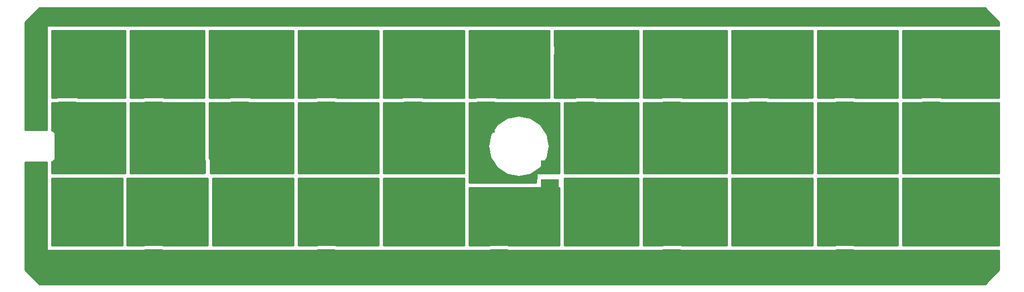
<source format=gbr>
G04 #@! TF.FileFunction,Copper,L1,Top,Signal*
%FSLAX46Y46*%
G04 Gerber Fmt 4.6, Leading zero omitted, Abs format (unit mm)*
G04 Created by KiCad (PCBNEW 0.201511300701+6336~38~ubuntu14.04.1-stable) date Tue 01 Dec 2015 10:36:23 AM EET*
%MOMM*%
G01*
G04 APERTURE LIST*
%ADD10C,0.100000*%
%ADD11R,2.500000X1.000000*%
%ADD12R,2.000000X4.000000*%
%ADD13R,2.800000X4.800000*%
%ADD14R,2.800000X2.000000*%
%ADD15C,0.254000*%
G04 APERTURE END LIST*
D10*
D11*
X229428560Y-61424999D03*
X229428560Y-56524999D03*
D12*
X93500000Y-48500000D03*
X93500000Y-36500000D03*
D13*
X104571428Y-27600000D03*
D14*
X104571428Y-23400000D03*
D13*
X98000000Y-38349999D03*
D14*
X98000000Y-34149999D03*
D13*
X104571428Y-50149998D03*
D14*
X104571428Y-45949998D03*
D13*
X130857140Y-27600000D03*
D14*
X130857140Y-23400000D03*
D13*
X111142856Y-38349999D03*
D14*
X111142856Y-34149999D03*
D13*
X117714284Y-50149998D03*
D14*
X117714284Y-45949998D03*
D13*
X157142852Y-27600000D03*
D14*
X157142852Y-23400000D03*
D13*
X124285712Y-38349999D03*
D14*
X124285712Y-34149999D03*
D13*
X111142856Y-60899998D03*
D14*
X111142856Y-56699998D03*
D13*
X183428564Y-27600000D03*
D14*
X183428564Y-23400000D03*
D13*
X137428568Y-38349999D03*
D14*
X137428568Y-34149999D03*
D13*
X130857140Y-50149998D03*
D14*
X130857140Y-45949998D03*
D13*
X150571424Y-38349999D03*
D14*
X150571424Y-34149999D03*
D13*
X143999996Y-50149998D03*
D14*
X143999996Y-45949998D03*
D13*
X137428568Y-60899998D03*
D14*
X137428568Y-56699998D03*
D13*
X209714276Y-27600000D03*
D14*
X209714276Y-23400000D03*
D13*
X161714280Y-38349999D03*
D14*
X161714280Y-34149999D03*
D13*
X157142852Y-50149998D03*
D14*
X157142852Y-45949998D03*
D13*
X176857136Y-38349999D03*
D14*
X176857136Y-34149999D03*
D13*
X171400000Y-50200000D03*
D14*
X171400000Y-46000000D03*
D13*
X163714280Y-60899998D03*
D14*
X163714280Y-56699998D03*
D13*
X235999988Y-27600000D03*
D14*
X235999988Y-23400000D03*
D13*
X189999992Y-38349999D03*
D14*
X189999992Y-34149999D03*
D13*
X183428564Y-50149998D03*
D14*
X183428564Y-45949998D03*
D13*
X196571420Y-50149998D03*
D14*
X196571420Y-45949998D03*
D13*
X189999992Y-60899998D03*
D14*
X189999992Y-56699998D03*
D13*
X203142848Y-38349999D03*
D14*
X203142848Y-34149999D03*
D13*
X209714276Y-50149998D03*
D14*
X209714276Y-45949998D03*
D13*
X216285704Y-38349999D03*
D14*
X216285704Y-34149999D03*
D13*
X222857132Y-50149998D03*
D14*
X222857132Y-45949998D03*
D13*
X216285704Y-60899998D03*
D14*
X216285704Y-56699998D03*
D13*
X229428560Y-38349999D03*
D14*
X229428560Y-34149999D03*
D13*
X235999988Y-50149998D03*
D14*
X235999988Y-45949998D03*
D11*
X117714284Y-28125001D03*
X117714284Y-23225001D03*
X98000000Y-61424999D03*
X98000000Y-56524999D03*
X143999996Y-28125001D03*
X143999996Y-23225001D03*
X124285712Y-61424999D03*
X124285712Y-56524999D03*
X170285708Y-28125001D03*
X170285708Y-23225001D03*
X150571424Y-61424999D03*
X150571424Y-56524999D03*
X196571420Y-28125001D03*
X196571420Y-23225001D03*
X176857136Y-61424999D03*
X176857136Y-56524999D03*
X222857132Y-28125001D03*
X222857132Y-23225001D03*
X203142848Y-61424999D03*
X203142848Y-56524999D03*
D15*
G36*
X239777597Y-61669578D02*
X237619578Y-63827597D01*
X93780422Y-63827597D01*
X91622403Y-61669578D01*
X91622403Y-58627000D01*
X239777597Y-58627000D01*
X239777597Y-61669578D01*
X239777597Y-61669578D01*
G37*
X239777597Y-61669578D02*
X237619578Y-63827597D01*
X93780422Y-63827597D01*
X91622403Y-61669578D01*
X91622403Y-58627000D01*
X239777597Y-58627000D01*
X239777597Y-61669578D01*
G36*
X239777597Y-23830422D02*
X239777597Y-24373000D01*
X95000000Y-24373000D01*
X94950590Y-24383006D01*
X94908965Y-24411447D01*
X94881685Y-24453841D01*
X94873000Y-24500000D01*
X94873000Y-40323000D01*
X91622403Y-40323000D01*
X91622403Y-23830422D01*
X93780422Y-21672403D01*
X237619578Y-21672403D01*
X239777597Y-23830422D01*
X239777597Y-23830422D01*
G37*
X239777597Y-23830422D02*
X239777597Y-24373000D01*
X95000000Y-24373000D01*
X94950590Y-24383006D01*
X94908965Y-24411447D01*
X94881685Y-24453841D01*
X94873000Y-24500000D01*
X94873000Y-40323000D01*
X91622403Y-40323000D01*
X91622403Y-23830422D01*
X93780422Y-21672403D01*
X237619578Y-21672403D01*
X239777597Y-23830422D01*
G36*
X106873000Y-35373000D02*
X99666159Y-35373000D01*
X99648717Y-35361082D01*
X99400000Y-35310716D01*
X96600000Y-35310716D01*
X96367648Y-35354436D01*
X96338799Y-35373000D01*
X95627000Y-35373000D01*
X95627000Y-25127000D01*
X106873000Y-25127000D01*
X106873000Y-35373000D01*
X106873000Y-35373000D01*
G37*
X106873000Y-35373000D02*
X99666159Y-35373000D01*
X99648717Y-35361082D01*
X99400000Y-35310716D01*
X96600000Y-35310716D01*
X96367648Y-35354436D01*
X96338799Y-35373000D01*
X95627000Y-35373000D01*
X95627000Y-25127000D01*
X106873000Y-25127000D01*
X106873000Y-35373000D01*
G36*
X118873000Y-35373000D02*
X112809015Y-35373000D01*
X112791573Y-35361082D01*
X112542856Y-35310716D01*
X109742856Y-35310716D01*
X109510504Y-35354436D01*
X109481655Y-35373000D01*
X107627000Y-35373000D01*
X107627000Y-25127000D01*
X118873000Y-25127000D01*
X118873000Y-35373000D01*
X118873000Y-35373000D01*
G37*
X118873000Y-35373000D02*
X112809015Y-35373000D01*
X112791573Y-35361082D01*
X112542856Y-35310716D01*
X109742856Y-35310716D01*
X109510504Y-35354436D01*
X109481655Y-35373000D01*
X107627000Y-35373000D01*
X107627000Y-25127000D01*
X118873000Y-25127000D01*
X118873000Y-35373000D01*
G36*
X132373000Y-35373000D02*
X125951871Y-35373000D01*
X125934429Y-35361082D01*
X125685712Y-35310716D01*
X122885712Y-35310716D01*
X122653360Y-35354436D01*
X122624511Y-35373000D01*
X119627000Y-35373000D01*
X119627000Y-25127000D01*
X132373000Y-25127000D01*
X132373000Y-35373000D01*
X132373000Y-35373000D01*
G37*
X132373000Y-35373000D02*
X125951871Y-35373000D01*
X125934429Y-35361082D01*
X125685712Y-35310716D01*
X122885712Y-35310716D01*
X122653360Y-35354436D01*
X122624511Y-35373000D01*
X119627000Y-35373000D01*
X119627000Y-25127000D01*
X132373000Y-25127000D01*
X132373000Y-35373000D01*
G36*
X145373000Y-35373000D02*
X139094727Y-35373000D01*
X139077285Y-35361082D01*
X138828568Y-35310716D01*
X136028568Y-35310716D01*
X135796216Y-35354436D01*
X135767367Y-35373000D01*
X133127000Y-35373000D01*
X133127000Y-25127000D01*
X145373000Y-25127000D01*
X145373000Y-35373000D01*
X145373000Y-35373000D01*
G37*
X145373000Y-35373000D02*
X139094727Y-35373000D01*
X139077285Y-35361082D01*
X138828568Y-35310716D01*
X136028568Y-35310716D01*
X135796216Y-35354436D01*
X135767367Y-35373000D01*
X133127000Y-35373000D01*
X133127000Y-25127000D01*
X145373000Y-25127000D01*
X145373000Y-35373000D01*
G36*
X158373000Y-35373000D02*
X152237583Y-35373000D01*
X152220141Y-35361082D01*
X151971424Y-35310716D01*
X149171424Y-35310716D01*
X148939072Y-35354436D01*
X148910223Y-35373000D01*
X146127000Y-35373000D01*
X146127000Y-25127000D01*
X158373000Y-25127000D01*
X158373000Y-35373000D01*
X158373000Y-35373000D01*
G37*
X158373000Y-35373000D02*
X152237583Y-35373000D01*
X152220141Y-35361082D01*
X151971424Y-35310716D01*
X149171424Y-35310716D01*
X148939072Y-35354436D01*
X148910223Y-35373000D01*
X146127000Y-35373000D01*
X146127000Y-25127000D01*
X158373000Y-25127000D01*
X158373000Y-35373000D01*
G36*
X171373000Y-35373000D02*
X163380439Y-35373000D01*
X163362997Y-35361082D01*
X163114280Y-35310716D01*
X160314280Y-35310716D01*
X160081928Y-35354436D01*
X160053079Y-35373000D01*
X159127000Y-35373000D01*
X159127000Y-30255697D01*
X159131769Y-30248717D01*
X159182135Y-30000000D01*
X159182135Y-25200000D01*
X159168399Y-25127000D01*
X171373000Y-25127000D01*
X171373000Y-35373000D01*
X171373000Y-35373000D01*
G37*
X171373000Y-35373000D02*
X163380439Y-35373000D01*
X163362997Y-35361082D01*
X163114280Y-35310716D01*
X160314280Y-35310716D01*
X160081928Y-35354436D01*
X160053079Y-35373000D01*
X159127000Y-35373000D01*
X159127000Y-30255697D01*
X159131769Y-30248717D01*
X159182135Y-30000000D01*
X159182135Y-25200000D01*
X159168399Y-25127000D01*
X171373000Y-25127000D01*
X171373000Y-35373000D01*
G36*
X184873000Y-35373000D02*
X178523295Y-35373000D01*
X178505853Y-35361082D01*
X178257136Y-35310716D01*
X175457136Y-35310716D01*
X175224784Y-35354436D01*
X175195935Y-35373000D01*
X172127000Y-35373000D01*
X172127000Y-28861990D01*
X172174991Y-28625001D01*
X172174991Y-27625001D01*
X172131271Y-27392649D01*
X172127000Y-27386012D01*
X172127000Y-25127000D01*
X184873000Y-25127000D01*
X184873000Y-35373000D01*
X184873000Y-35373000D01*
G37*
X184873000Y-35373000D02*
X178523295Y-35373000D01*
X178505853Y-35361082D01*
X178257136Y-35310716D01*
X175457136Y-35310716D01*
X175224784Y-35354436D01*
X175195935Y-35373000D01*
X172127000Y-35373000D01*
X172127000Y-28861990D01*
X172174991Y-28625001D01*
X172174991Y-27625001D01*
X172131271Y-27392649D01*
X172127000Y-27386012D01*
X172127000Y-25127000D01*
X184873000Y-25127000D01*
X184873000Y-35373000D01*
G36*
X198373000Y-35373000D02*
X191666151Y-35373000D01*
X191648709Y-35361082D01*
X191399992Y-35310716D01*
X188599992Y-35310716D01*
X188367640Y-35354436D01*
X188338791Y-35373000D01*
X185627000Y-35373000D01*
X185627000Y-25127000D01*
X198373000Y-25127000D01*
X198373000Y-35373000D01*
X198373000Y-35373000D01*
G37*
X198373000Y-35373000D02*
X191666151Y-35373000D01*
X191648709Y-35361082D01*
X191399992Y-35310716D01*
X188599992Y-35310716D01*
X188367640Y-35354436D01*
X188338791Y-35373000D01*
X185627000Y-35373000D01*
X185627000Y-25127000D01*
X198373000Y-25127000D01*
X198373000Y-35373000D01*
G36*
X211373000Y-35373000D02*
X204809007Y-35373000D01*
X204791565Y-35361082D01*
X204542848Y-35310716D01*
X201742848Y-35310716D01*
X201510496Y-35354436D01*
X201481647Y-35373000D01*
X199127000Y-35373000D01*
X199127000Y-25127000D01*
X211373000Y-25127000D01*
X211373000Y-35373000D01*
X211373000Y-35373000D01*
G37*
X211373000Y-35373000D02*
X204809007Y-35373000D01*
X204791565Y-35361082D01*
X204542848Y-35310716D01*
X201742848Y-35310716D01*
X201510496Y-35354436D01*
X201481647Y-35373000D01*
X199127000Y-35373000D01*
X199127000Y-25127000D01*
X211373000Y-25127000D01*
X211373000Y-35373000D01*
G36*
X224373000Y-35373000D02*
X217951863Y-35373000D01*
X217934421Y-35361082D01*
X217685704Y-35310716D01*
X214885704Y-35310716D01*
X214653352Y-35354436D01*
X214624503Y-35373000D01*
X212127000Y-35373000D01*
X212127000Y-25127000D01*
X224373000Y-25127000D01*
X224373000Y-35373000D01*
X224373000Y-35373000D01*
G37*
X224373000Y-35373000D02*
X217951863Y-35373000D01*
X217934421Y-35361082D01*
X217685704Y-35310716D01*
X214885704Y-35310716D01*
X214653352Y-35354436D01*
X214624503Y-35373000D01*
X212127000Y-35373000D01*
X212127000Y-25127000D01*
X224373000Y-25127000D01*
X224373000Y-35373000D01*
G36*
X239777597Y-35373000D02*
X231094719Y-35373000D01*
X231077277Y-35361082D01*
X230828560Y-35310716D01*
X228028560Y-35310716D01*
X227796208Y-35354436D01*
X227767359Y-35373000D01*
X225127000Y-35373000D01*
X225127000Y-25127000D01*
X239777597Y-25127000D01*
X239777597Y-35373000D01*
X239777597Y-35373000D01*
G37*
X239777597Y-35373000D02*
X231094719Y-35373000D01*
X231077277Y-35361082D01*
X230828560Y-35310716D01*
X228028560Y-35310716D01*
X227796208Y-35354436D01*
X227767359Y-35373000D01*
X225127000Y-35373000D01*
X225127000Y-25127000D01*
X239777597Y-25127000D01*
X239777597Y-35373000D01*
G36*
X106873000Y-46873000D02*
X95627000Y-46873000D01*
X95627000Y-45151738D01*
X95759077Y-45125466D01*
X95978711Y-44978711D01*
X96125466Y-44759077D01*
X96177000Y-44500000D01*
X96177000Y-41000000D01*
X96125466Y-40740923D01*
X95978711Y-40521289D01*
X95759077Y-40374534D01*
X95627000Y-40348262D01*
X95627000Y-36127000D01*
X106873000Y-36127000D01*
X106873000Y-46873000D01*
X106873000Y-46873000D01*
G37*
X106873000Y-46873000D02*
X95627000Y-46873000D01*
X95627000Y-45151738D01*
X95759077Y-45125466D01*
X95978711Y-44978711D01*
X96125466Y-44759077D01*
X96177000Y-44500000D01*
X96177000Y-41000000D01*
X96125466Y-40740923D01*
X95978711Y-40521289D01*
X95759077Y-40374534D01*
X95627000Y-40348262D01*
X95627000Y-36127000D01*
X106873000Y-36127000D01*
X106873000Y-46873000D01*
G36*
X118873000Y-46873000D02*
X107627000Y-46873000D01*
X107627000Y-36127000D01*
X118873000Y-36127000D01*
X118873000Y-46873000D01*
X118873000Y-46873000D01*
G37*
X118873000Y-46873000D02*
X107627000Y-46873000D01*
X107627000Y-36127000D01*
X118873000Y-36127000D01*
X118873000Y-46873000D01*
G36*
X132373000Y-46873000D02*
X119753567Y-46873000D01*
X119753567Y-44949998D01*
X119709847Y-44717646D01*
X119627000Y-44588898D01*
X119627000Y-36127000D01*
X132373000Y-36127000D01*
X132373000Y-46873000D01*
X132373000Y-46873000D01*
G37*
X132373000Y-46873000D02*
X119753567Y-46873000D01*
X119753567Y-44949998D01*
X119709847Y-44717646D01*
X119627000Y-44588898D01*
X119627000Y-36127000D01*
X132373000Y-36127000D01*
X132373000Y-46873000D01*
G36*
X145373000Y-46873000D02*
X133127000Y-46873000D01*
X133127000Y-36127000D01*
X145373000Y-36127000D01*
X145373000Y-46873000D01*
X145373000Y-46873000D01*
G37*
X145373000Y-46873000D02*
X133127000Y-46873000D01*
X133127000Y-36127000D01*
X145373000Y-36127000D01*
X145373000Y-46873000D01*
G36*
X158373000Y-46873000D02*
X146127000Y-46873000D01*
X146127000Y-36127000D01*
X158373000Y-36127000D01*
X158373000Y-46873000D01*
X158373000Y-46873000D01*
G37*
X158373000Y-46873000D02*
X146127000Y-46873000D01*
X146127000Y-36127000D01*
X158373000Y-36127000D01*
X158373000Y-46873000D01*
G36*
X172873000Y-46873000D02*
X168786115Y-46873000D01*
X170007138Y-46057138D01*
X171020985Y-44539810D01*
X171377000Y-42750000D01*
X171020985Y-40960190D01*
X170007138Y-39442862D01*
X168489810Y-38429015D01*
X166700000Y-38073000D01*
X164910190Y-38429015D01*
X163392862Y-39442862D01*
X162379015Y-40960190D01*
X162023000Y-42750000D01*
X162379015Y-44539810D01*
X163392862Y-46057138D01*
X164613885Y-46873000D01*
X159182135Y-46873000D01*
X159182135Y-44949998D01*
X159138415Y-44717646D01*
X159127000Y-44699907D01*
X159127000Y-36127000D01*
X172873000Y-36127000D01*
X172873000Y-46873000D01*
X172873000Y-46873000D01*
G37*
X172873000Y-46873000D02*
X168786115Y-46873000D01*
X170007138Y-46057138D01*
X171020985Y-44539810D01*
X171377000Y-42750000D01*
X171020985Y-40960190D01*
X170007138Y-39442862D01*
X168489810Y-38429015D01*
X166700000Y-38073000D01*
X164910190Y-38429015D01*
X163392862Y-39442862D01*
X162379015Y-40960190D01*
X162023000Y-42750000D01*
X162379015Y-44539810D01*
X163392862Y-46057138D01*
X164613885Y-46873000D01*
X159182135Y-46873000D01*
X159182135Y-44949998D01*
X159138415Y-44717646D01*
X159127000Y-44699907D01*
X159127000Y-36127000D01*
X172873000Y-36127000D01*
X172873000Y-46873000D01*
G36*
X184873000Y-46873000D02*
X173627000Y-46873000D01*
X173627000Y-36127000D01*
X184873000Y-36127000D01*
X184873000Y-46873000D01*
X184873000Y-46873000D01*
G37*
X184873000Y-46873000D02*
X173627000Y-46873000D01*
X173627000Y-36127000D01*
X184873000Y-36127000D01*
X184873000Y-46873000D01*
G36*
X198373000Y-46873000D02*
X185627000Y-46873000D01*
X185627000Y-36127000D01*
X198373000Y-36127000D01*
X198373000Y-46873000D01*
X198373000Y-46873000D01*
G37*
X198373000Y-46873000D02*
X185627000Y-46873000D01*
X185627000Y-36127000D01*
X198373000Y-36127000D01*
X198373000Y-46873000D01*
G36*
X211373000Y-46873000D02*
X199127000Y-46873000D01*
X199127000Y-36127000D01*
X211373000Y-36127000D01*
X211373000Y-46873000D01*
X211373000Y-46873000D01*
G37*
X211373000Y-46873000D02*
X199127000Y-46873000D01*
X199127000Y-36127000D01*
X211373000Y-36127000D01*
X211373000Y-46873000D01*
G36*
X224373000Y-46873000D02*
X212127000Y-46873000D01*
X212127000Y-36127000D01*
X224373000Y-36127000D01*
X224373000Y-46873000D01*
X224373000Y-46873000D01*
G37*
X224373000Y-46873000D02*
X212127000Y-46873000D01*
X212127000Y-36127000D01*
X224373000Y-36127000D01*
X224373000Y-46873000D01*
G36*
X239777597Y-46873000D02*
X225127000Y-46873000D01*
X225127000Y-36127000D01*
X239777597Y-36127000D01*
X239777597Y-46873000D01*
X239777597Y-46873000D01*
G37*
X239777597Y-46873000D02*
X225127000Y-46873000D01*
X225127000Y-36127000D01*
X239777597Y-36127000D01*
X239777597Y-46873000D01*
G36*
X163392862Y-46057138D02*
X164910190Y-47070985D01*
X166700000Y-47427000D01*
X168489810Y-47070985D01*
X170007138Y-46057138D01*
X170628637Y-45127000D01*
X172873000Y-45127000D01*
X172873000Y-46873000D01*
X169500000Y-46873000D01*
X169450590Y-46883006D01*
X169408965Y-46911447D01*
X169381685Y-46953841D01*
X169373000Y-47000000D01*
X169373000Y-47739344D01*
X169360717Y-47800000D01*
X169360717Y-48373000D01*
X159182135Y-48373000D01*
X159182135Y-47749998D01*
X159138415Y-47517646D01*
X159127000Y-47499907D01*
X159127000Y-47205695D01*
X159131769Y-47198715D01*
X159182135Y-46949998D01*
X159182135Y-45127000D01*
X162771363Y-45127000D01*
X163392862Y-46057138D01*
X163392862Y-46057138D01*
G37*
X163392862Y-46057138D02*
X164910190Y-47070985D01*
X166700000Y-47427000D01*
X168489810Y-47070985D01*
X170007138Y-46057138D01*
X170628637Y-45127000D01*
X172873000Y-45127000D01*
X172873000Y-46873000D01*
X169500000Y-46873000D01*
X169450590Y-46883006D01*
X169408965Y-46911447D01*
X169381685Y-46953841D01*
X169373000Y-47000000D01*
X169373000Y-47739344D01*
X169360717Y-47800000D01*
X169360717Y-48373000D01*
X159182135Y-48373000D01*
X159182135Y-47749998D01*
X159138415Y-47517646D01*
X159127000Y-47499907D01*
X159127000Y-47205695D01*
X159131769Y-47198715D01*
X159182135Y-46949998D01*
X159182135Y-45127000D01*
X162771363Y-45127000D01*
X163392862Y-46057138D01*
G36*
X239777597Y-57873000D02*
X225127000Y-57873000D01*
X225127000Y-47627000D01*
X239777597Y-47627000D01*
X239777597Y-57873000D01*
X239777597Y-57873000D01*
G37*
X239777597Y-57873000D02*
X225127000Y-57873000D01*
X225127000Y-47627000D01*
X239777597Y-47627000D01*
X239777597Y-57873000D01*
G36*
X224373000Y-57873000D02*
X217746370Y-57873000D01*
X217685704Y-57860715D01*
X214885704Y-57860715D01*
X214820415Y-57873000D01*
X212127000Y-57873000D01*
X212127000Y-47627000D01*
X224373000Y-47627000D01*
X224373000Y-57873000D01*
X224373000Y-57873000D01*
G37*
X224373000Y-57873000D02*
X217746370Y-57873000D01*
X217685704Y-57860715D01*
X214885704Y-57860715D01*
X214820415Y-57873000D01*
X212127000Y-57873000D01*
X212127000Y-47627000D01*
X224373000Y-47627000D01*
X224373000Y-57873000D01*
G36*
X211373000Y-57873000D02*
X199127000Y-57873000D01*
X199127000Y-47627000D01*
X211373000Y-47627000D01*
X211373000Y-57873000D01*
X211373000Y-57873000D01*
G37*
X211373000Y-57873000D02*
X199127000Y-57873000D01*
X199127000Y-47627000D01*
X211373000Y-47627000D01*
X211373000Y-57873000D01*
G36*
X198373000Y-57873000D02*
X191460658Y-57873000D01*
X191399992Y-57860715D01*
X188599992Y-57860715D01*
X188534703Y-57873000D01*
X185627000Y-57873000D01*
X185627000Y-47627000D01*
X198373000Y-47627000D01*
X198373000Y-57873000D01*
X198373000Y-57873000D01*
G37*
X198373000Y-57873000D02*
X191460658Y-57873000D01*
X191399992Y-57860715D01*
X188599992Y-57860715D01*
X188534703Y-57873000D01*
X185627000Y-57873000D01*
X185627000Y-47627000D01*
X198373000Y-47627000D01*
X198373000Y-57873000D01*
G36*
X184873000Y-57873000D02*
X173627000Y-57873000D01*
X173627000Y-47627000D01*
X184873000Y-47627000D01*
X184873000Y-57873000D01*
X184873000Y-57873000D01*
G37*
X184873000Y-57873000D02*
X173627000Y-57873000D01*
X173627000Y-47627000D01*
X184873000Y-47627000D01*
X184873000Y-57873000D01*
G36*
X172873000Y-57873000D02*
X165174946Y-57873000D01*
X165114280Y-57860715D01*
X162314280Y-57860715D01*
X162248991Y-57873000D01*
X159127000Y-57873000D01*
X159127000Y-52805695D01*
X159131769Y-52798715D01*
X159182135Y-52549998D01*
X159182135Y-49127000D01*
X172873000Y-49127000D01*
X172873000Y-57873000D01*
X172873000Y-57873000D01*
G37*
X172873000Y-57873000D02*
X165174946Y-57873000D01*
X165114280Y-57860715D01*
X162314280Y-57860715D01*
X162248991Y-57873000D01*
X159127000Y-57873000D01*
X159127000Y-52805695D01*
X159131769Y-52798715D01*
X159182135Y-52549998D01*
X159182135Y-49127000D01*
X172873000Y-49127000D01*
X172873000Y-57873000D01*
G36*
X158373000Y-57873000D02*
X146127000Y-57873000D01*
X146127000Y-47627000D01*
X158373000Y-47627000D01*
X158373000Y-57873000D01*
X158373000Y-57873000D01*
G37*
X158373000Y-57873000D02*
X146127000Y-57873000D01*
X146127000Y-47627000D01*
X158373000Y-47627000D01*
X158373000Y-57873000D01*
G36*
X145373000Y-57873000D02*
X138889234Y-57873000D01*
X138828568Y-57860715D01*
X136028568Y-57860715D01*
X135963279Y-57873000D01*
X133127000Y-57873000D01*
X133127000Y-47627000D01*
X145373000Y-47627000D01*
X145373000Y-57873000D01*
X145373000Y-57873000D01*
G37*
X145373000Y-57873000D02*
X138889234Y-57873000D01*
X138828568Y-57860715D01*
X136028568Y-57860715D01*
X135963279Y-57873000D01*
X133127000Y-57873000D01*
X133127000Y-47627000D01*
X145373000Y-47627000D01*
X145373000Y-57873000D01*
G36*
X132373000Y-57873000D02*
X120127000Y-57873000D01*
X120127000Y-47627000D01*
X132373000Y-47627000D01*
X132373000Y-57873000D01*
X132373000Y-57873000D01*
G37*
X132373000Y-57873000D02*
X120127000Y-57873000D01*
X120127000Y-47627000D01*
X132373000Y-47627000D01*
X132373000Y-57873000D01*
G36*
X119373000Y-57873000D02*
X112603522Y-57873000D01*
X112542856Y-57860715D01*
X109742856Y-57860715D01*
X109677567Y-57873000D01*
X107127000Y-57873000D01*
X107127000Y-47627000D01*
X119373000Y-47627000D01*
X119373000Y-57873000D01*
X119373000Y-57873000D01*
G37*
X119373000Y-57873000D02*
X112603522Y-57873000D01*
X112542856Y-57860715D01*
X109742856Y-57860715D01*
X109677567Y-57873000D01*
X107127000Y-57873000D01*
X107127000Y-47627000D01*
X119373000Y-47627000D01*
X119373000Y-57873000D01*
G36*
X106373000Y-57873000D02*
X95627000Y-57873000D01*
X95627000Y-47627000D01*
X106373000Y-47627000D01*
X106373000Y-57873000D01*
X106373000Y-57873000D01*
G37*
X106373000Y-57873000D02*
X95627000Y-57873000D01*
X95627000Y-47627000D01*
X106373000Y-47627000D01*
X106373000Y-57873000D01*
G36*
X94873000Y-58873000D02*
X91622403Y-58873000D01*
X91622403Y-45177000D01*
X94873000Y-45177000D01*
X94873000Y-58873000D01*
X94873000Y-58873000D01*
G37*
X94873000Y-58873000D02*
X91622403Y-58873000D01*
X91622403Y-45177000D01*
X94873000Y-45177000D01*
X94873000Y-58873000D01*
M02*

</source>
